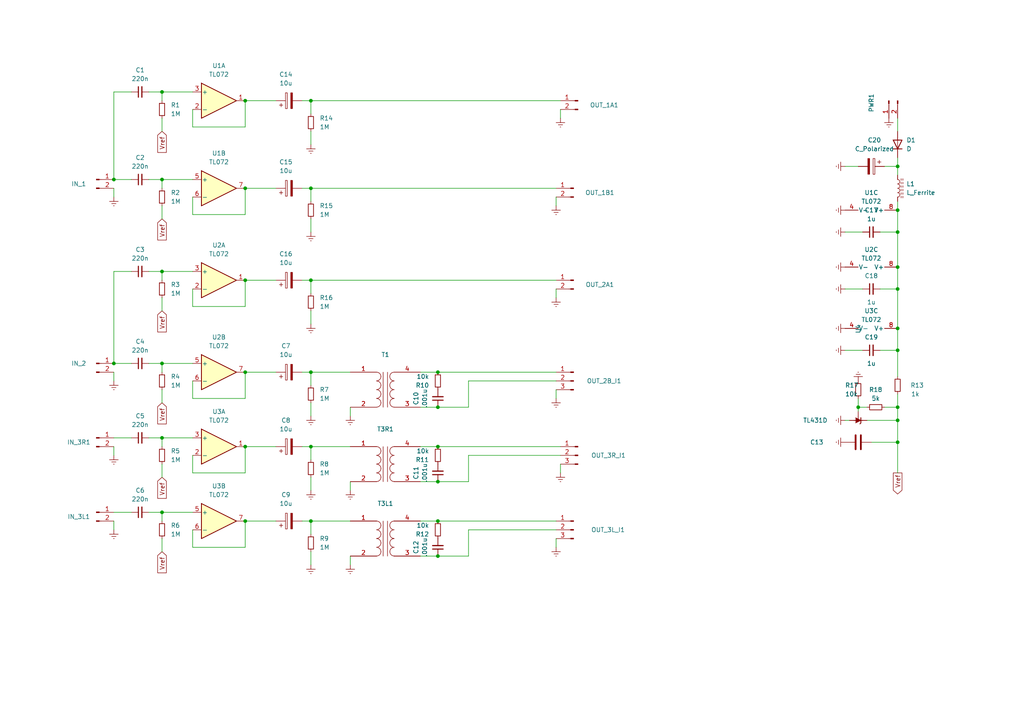
<source format=kicad_sch>
(kicad_sch (version 20231120) (generator "eeschema") (generator_version "8.0")
  (paper "A4")
  (lib_symbols
    (symbol "Amplifier_Operational:TL072" (pin_names (offset 0.127))
      (property "Reference" "U" (at 0 5.08 0))
      (property "Value" "TL072" (at 0 -5.08 0))
      (symbol "TL072_1_1"
        (polyline (pts (xy -5.08 5.08) (xy 5.08 0) (xy -5.08 -5.08) (xy -5.08 5.08)) (stroke (width 0.254)) (fill (type background)))
        (pin output line (at 7.62 0 180) (length 2.54) (name "~") (number "1"))
        (pin input line (at -7.62 -2.54 0) (length 2.54) (name "-") (number "2"))
        (pin input line (at -7.62 2.54 0) (length 2.54) (name "+") (number "3"))
      )
      (symbol "TL072_2_1"
        (polyline (pts (xy -5.08 5.08) (xy 5.08 0) (xy -5.08 -5.08) (xy -5.08 5.08)) (stroke (width 0.254)) (fill (type background)))
        (pin input line (at -7.62 2.54 0) (length 2.54) (name "+") (number "5"))
        (pin input line (at -7.62 -2.54 0) (length 2.54) (name "-") (number "6"))
        (pin output line (at 7.62 0 180) (length 2.54) (name "~") (number "7"))
      )
      (symbol "TL072_3_1"
        (pin power_in line (at -2.54 -7.62 90) (length 3.81) (name "V-") (number "4"))
        (pin power_in line (at -2.54 7.62 270) (length 3.81) (name "V+") (number "8"))
      )
    )
    (symbol "Connector:Conn_01x02_Pin" (pin_names (offset 1.016) hide)
      (property "Reference" "J" (at 0 2.54 0))
      (property "Value" "Conn_01x02_Pin" (at 0 -5.08 0))
      (symbol "Conn_01x02_Pin_1_1"
        (polyline (pts (xy 1.27 -2.54) (xy 0.8636 -2.54)) (stroke (width 0.1524)))
        (polyline (pts (xy 1.27 0) (xy 0.8636 0)) (stroke (width 0.1524)))
        (rectangle (start 0.8636 -2.413) (end 0 -2.667) (stroke (width 0.1524)) (fill (type outline)))
        (rectangle (start 0.8636 0.127) (end 0 -0.127) (stroke (width 0.1524)) (fill (type outline)))
        (pin passive line (at 5.08 0 180) (length 3.81) (name "Pin_1") (number "1"))
        (pin passive line (at 5.08 -2.54 180) (length 3.81) (name "Pin_2") (number "2"))
      )
    )
    (symbol "Connector:Conn_01x03_Pin" (pin_names (offset 1.016) hide)
      (property "Reference" "J" (at 0 5.08 0))
      (property "Value" "Conn_01x03_Pin" (at 0 -5.08 0))
      (symbol "Conn_01x03_Pin_1_1"
        (polyline (pts (xy 1.27 -2.54) (xy 0.8636 -2.54)) (stroke (width 0.1524)))
        (polyline (pts (xy 1.27 0) (xy 0.8636 0)) (stroke (width 0.1524)))
        (polyline (pts (xy 1.27 2.54) (xy 0.8636 2.54)) (stroke (width 0.1524)))
        (rectangle (start 0.8636 -2.413) (end 0 -2.667) (stroke (width 0.1524)) (fill (type outline)))
        (rectangle (start 0.8636 0.127) (end 0 -0.127) (stroke (width 0.1524)) (fill (type outline)))
        (rectangle (start 0.8636 2.667) (end 0 2.413) (stroke (width 0.1524)) (fill (type outline)))
        (pin passive line (at 5.08 2.54 180) (length 3.81) (name "Pin_1") (number "1"))
        (pin passive line (at 5.08 0 180) (length 3.81) (name "Pin_2") (number "2"))
        (pin passive line (at 5.08 -2.54 180) (length 3.81) (name "Pin_3") (number "3"))
      )
    )
    (symbol "Device:C" (pin_numbers hide) (pin_names (offset 0.254))
      (property "Reference" "C" (at 0.635 2.54 0))
      (property "Value" "C" (at 0.635 -2.54 0))
      (symbol "C_0_1"
        (polyline (pts (xy -2.032 -0.762) (xy 2.032 -0.762)) (stroke (width 0.508)))
        (polyline (pts (xy -2.032 0.762) (xy 2.032 0.762)) (stroke (width 0.508)))
      )
      (symbol "C_1_1"
        (pin passive line (at 0 3.81 270) (length 2.794) (name "~") (number "1"))
        (pin passive line (at 0 -3.81 90) (length 2.794) (name "~") (number "2"))
      )
    )
    (symbol "Device:C_Polarized" (pin_numbers hide) (pin_names (offset 0.254))
      (property "Reference" "C" (at 0.635 2.54 0))
      (property "Value" "C_Polarized" (at 0.635 -2.54 0))
      (symbol "C_Polarized_0_1"
        (rectangle (start -2.286 0.508) (end 2.286 1.016))
        (polyline (pts (xy -1.778 2.286) (xy -0.762 2.286)))
        (polyline (pts (xy -1.27 2.794) (xy -1.27 1.778)))
        (rectangle (start 2.286 -0.508) (end -2.286 -1.016) (fill (type outline)))
      )
      (symbol "C_Polarized_1_1"
        (pin passive line (at 0 3.81 270) (length 2.794) (name "~") (number "1"))
        (pin passive line (at 0 -3.81 90) (length 2.794) (name "~") (number "2"))
      )
    )
    (symbol "Device:C_Small" (pin_numbers hide) (pin_names (offset 0.254) hide)
      (property "Reference" "C" (at 0.254 1.778 0))
      (property "Value" "C_Small" (at 0.254 -2.032 0))
      (symbol "C_Small_0_1"
        (polyline (pts (xy -1.524 -0.508) (xy 1.524 -0.508)) (stroke (width 0.3302)))
        (polyline (pts (xy -1.524 0.508) (xy 1.524 0.508)) (stroke (width 0.3048)))
      )
      (symbol "C_Small_1_1"
        (pin passive line (at 0 2.54 270) (length 2.032) (name "~") (number "1"))
        (pin passive line (at 0 -2.54 90) (length 2.032) (name "~") (number "2"))
      )
    )
    (symbol "Device:D" (pin_numbers hide) (pin_names (offset 1.016) hide)
      (property "Reference" "D" (at 0 2.54 0))
      (property "Value" "D" (at 0 -2.54 0))
      (symbol "D_0_1"
        (polyline (pts (xy -1.27 1.27) (xy -1.27 -1.27)) (stroke (width 0.254)))
        (polyline (pts (xy 1.27 0) (xy -1.27 0)))
        (polyline (pts (xy 1.27 1.27) (xy 1.27 -1.27) (xy -1.27 0) (xy 1.27 1.27)) (stroke (width 0.254)))
      )
      (symbol "D_1_1"
        (pin passive line (at -3.81 0 0) (length 2.54) (name "K") (number "1"))
        (pin passive line (at 3.81 0 180) (length 2.54) (name "A") (number "2"))
      )
    )
    (symbol "Device:L_Ferrite" (pin_numbers hide) (pin_names (offset 1.016) hide)
      (property "Reference" "L" (at -1.27 0 90))
      (property "Value" "L_Ferrite" (at 2.794 0 90))
      (symbol "L_Ferrite_0_1"
        (arc (start 0 -2.54) (mid 0.6323 -1.905) (end 0 -1.27))
        (arc (start 0 -1.27) (mid 0.6323 -0.635) (end 0 0))
        (polyline (pts (xy 1.016 -2.794) (xy 1.016 -2.286)))
        (polyline (pts (xy 1.016 -1.778) (xy 1.016 -1.27)))
        (polyline (pts (xy 1.016 -0.762) (xy 1.016 -0.254)))
        (polyline (pts (xy 1.016 0.254) (xy 1.016 0.762)))
        (polyline (pts (xy 1.016 1.27) (xy 1.016 1.778)))
        (polyline (pts (xy 1.016 2.286) (xy 1.016 2.794)))
        (polyline (pts (xy 1.524 -2.286) (xy 1.524 -2.794)))
        (polyline (pts (xy 1.524 -1.27) (xy 1.524 -1.778)))
        (polyline (pts (xy 1.524 -0.254) (xy 1.524 -0.762)))
        (polyline (pts (xy 1.524 0.762) (xy 1.524 0.254)))
        (polyline (pts (xy 1.524 1.778) (xy 1.524 1.27)))
        (polyline (pts (xy 1.524 2.794) (xy 1.524 2.286)))
        (arc (start 0 0) (mid 0.6323 0.635) (end 0 1.27))
        (arc (start 0 1.27) (mid 0.6323 1.905) (end 0 2.54))
      )
      (symbol "L_Ferrite_1_1"
        (pin passive line (at 0 3.81 270) (length 1.27) (name "1") (number "1"))
        (pin passive line (at 0 -3.81 90) (length 1.27) (name "2") (number "2"))
      )
    )
    (symbol "Device:R_Small" (pin_numbers hide) (pin_names (offset 0.254) hide)
      (property "Reference" "R" (at 0.762 0.508 0))
      (property "Value" "R_Small" (at 0.762 -1.016 0))
      (symbol "R_Small_0_1"
        (rectangle (start -0.762 1.778) (end 0.762 -1.778) (stroke (width 0.2032)))
      )
      (symbol "R_Small_1_1"
        (pin passive line (at 0 2.54 270) (length 0.762) (name "~") (number "1"))
        (pin passive line (at 0 -2.54 90) (length 0.762) (name "~") (number "2"))
      )
    )
    (symbol "Device:Transformer_1P_1S" (pin_names (offset 1.016) hide)
      (property "Reference" "T" (at 0 6.35 0))
      (property "Value" "Transformer_1P_1S" (at 0 -7.62 0))
      (symbol "Transformer_1P_1S_0_1"
        (arc (start -2.54 -5.0546) (mid -1.6561 -4.6863) (end -1.27 -3.81))
        (arc (start -2.54 -2.5146) (mid -1.6561 -2.1463) (end -1.27 -1.27))
        (arc (start -2.54 0.0254) (mid -1.6561 0.3937) (end -1.27 1.27))
        (arc (start -2.54 2.5654) (mid -1.6561 2.9337) (end -1.27 3.81))
        (arc (start -1.27 -3.81) (mid -1.642 -2.912) (end -2.54 -2.54))
        (arc (start -1.27 -1.27) (mid -1.642 -0.372) (end -2.54 0))
        (arc (start -1.27 1.27) (mid -1.642 2.168) (end -2.54 2.54))
        (arc (start -1.27 3.81) (mid -1.642 4.708) (end -2.54 5.08))
        (polyline (pts (xy -0.635 5.08) (xy -0.635 -5.08)))
        (polyline (pts (xy 0.635 -5.08) (xy 0.635 5.08)))
        (arc (start 1.2954 -1.27) (mid 1.6599 -2.1501) (end 2.54 -2.5146))
        (arc (start 1.2954 1.27) (mid 1.6599 0.3899) (end 2.54 0.0254))
        (arc (start 1.2954 3.81) (mid 1.6599 2.9299) (end 2.54 2.5654))
        (arc (start 1.3208 -3.81) (mid 1.6853 -4.6901) (end 2.5654 -5.0546))
        (arc (start 2.54 0) (mid 1.6456 -0.3683) (end 1.2954 -1.27))
        (arc (start 2.54 2.54) (mid 1.6456 2.1717) (end 1.2954 1.27))
        (arc (start 2.54 5.08) (mid 1.6456 4.7117) (end 1.2954 3.81))
        (arc (start 2.5654 -2.54) (mid 1.671 -2.9083) (end 1.3208 -3.81))
      )
      (symbol "Transformer_1P_1S_1_1"
        (pin passive line (at -10.16 5.08 0) (length 7.62) (name "AA") (number "1"))
        (pin passive line (at -10.16 -5.08 0) (length 7.62) (name "AB") (number "2"))
        (pin passive line (at 10.16 -5.08 180) (length 7.62) (name "SA") (number "3"))
        (pin passive line (at 10.16 5.08 180) (length 7.62) (name "SB") (number "4"))
      )
    )
    (symbol "Reference_Voltage:TL431D" (pin_numbers hide) (pin_names hide)
      (property "Reference" "U" (at 0 -2.54 0))
      (property "Value" "TL431D" (at 0 -4.445 0))
      (symbol "TL431D_0_1"
        (polyline (pts (xy -1.27 0) (xy 0 0) (xy 1.27 0)))
        (polyline (pts (xy -0.762 0.762) (xy 0.762 0) (xy -0.762 -0.762)) (fill (type outline)))
        (polyline (pts (xy 0.508 -1.016) (xy 0.762 -0.762) (xy 0.762 0.762) (xy 0.762 0.762)) (stroke (width 0.254)))
      )
      (symbol "TL431D_1_1"
        (polyline (pts (xy 0 1.27) (xy 0 0)))
        (pin passive line (at 2.54 0 180) (length 2.54) (name "K") (number "1"))
        (pin passive line (at -2.54 0 0) (length 2.54) (name "A") (number "2"))
        (pin passive line (at -2.54 0 0) (length 2.54) hide (name "A") (number "3"))
        (pin passive line (at -2.54 0 0) (length 2.54) hide (name "A") (number "6"))
        (pin passive line (at -2.54 0 0) (length 2.54) hide (name "A") (number "7"))
        (pin passive line (at 0 2.54 270) (length 2.54) (name "REF") (number "8"))
      )
    )
    (symbol "power:Earth" (power) (pin_names (offset 0))
      (symbol "Earth_0_1"
        (polyline (pts (xy -0.635 -1.905) (xy 0.635 -1.905)))
        (polyline (pts (xy -0.127 -2.54) (xy 0.127 -2.54)))
        (polyline (pts (xy 0 -1.27) (xy 0 0)))
        (polyline (pts (xy 1.27 -1.27) (xy -1.27 -1.27)))
      )
      (symbol "Earth_1_1"
        (pin power_in line (at 0 0 270) (length 0) hide (name "Earth") (number "1"))
      )
    )
  )
  (junction (at 46.99 105.41))
  (junction (at 260.35 101.6))
  (junction (at 71.12 107.95))
  (junction (at 260.35 95.25))
  (junction (at 260.35 83.82))
  (junction (at 90.17 81.28))
  (junction (at 90.17 29.21))
  (junction (at 260.35 77.47))
  (junction (at 46.99 127))
  (junction (at 127 107.95))
  (junction (at 127 161.29))
  (junction (at 33.02 52.07))
  (junction (at 260.35 118.11))
  (junction (at 260.35 48.26))
  (junction (at 90.17 54.61))
  (junction (at 90.17 129.54))
  (junction (at 127 129.54))
  (junction (at 33.02 105.41))
  (junction (at 127 151.13))
  (junction (at 71.12 54.61))
  (junction (at 71.12 29.21))
  (junction (at 260.35 67.31))
  (junction (at 90.17 151.13))
  (junction (at 260.35 128.27))
  (junction (at 260.35 60.96))
  (junction (at 71.12 81.28))
  (junction (at 46.99 52.07))
  (junction (at 127 139.7))
  (junction (at 46.99 78.74))
  (junction (at 90.17 107.95))
  (junction (at 71.12 129.54))
  (junction (at 46.99 148.59))
  (junction (at 260.35 121.92))
  (junction (at 46.99 26.67))
  (junction (at 71.12 151.13))
  (junction (at 127 118.11))
  (junction (at 248.92 118.11))
  (wire (pts (xy 71.12 151.13) (xy 80.01 151.13)))
  (wire (pts (xy 46.99 38.1) (xy 46.99 34.29)))
  (wire (pts (xy 46.99 52.07) (xy 55.88 52.07)))
  (wire (pts (xy 260.35 95.25) (xy 260.35 101.6)))
  (wire (pts (xy 135.89 118.11) (xy 127 118.11)))
  (wire (pts (xy 46.99 90.17) (xy 46.99 86.36)))
  (wire (pts (xy 55.88 137.16) (xy 71.12 137.16)))
  (wire (pts (xy 55.88 132.08) (xy 55.88 137.16)))
  (wire (pts (xy 90.17 81.28) (xy 161.29 81.28)))
  (wire (pts (xy 90.17 107.95) (xy 90.17 111.76)))
  (wire (pts (xy 161.29 158.75) (xy 161.29 156.21)))
  (wire (pts (xy 121.92 118.11) (xy 127 118.11)))
  (wire (pts (xy 33.02 78.74) (xy 33.02 105.41)))
  (wire (pts (xy 46.99 105.41) (xy 55.88 105.41)))
  (wire (pts (xy 90.17 29.21) (xy 90.17 33.02)))
  (wire (pts (xy 161.29 153.67) (xy 135.89 153.67)))
  (wire (pts (xy 260.35 67.31) (xy 260.35 77.47)))
  (wire (pts (xy 260.35 114.3) (xy 260.35 118.11)))
  (wire (pts (xy 260.35 121.92) (xy 260.35 128.27)))
  (wire (pts (xy 121.92 139.7) (xy 127 139.7)))
  (wire (pts (xy 260.35 128.27) (xy 260.35 137.16)))
  (wire (pts (xy 90.17 129.54) (xy 101.6 129.54)))
  (wire (pts (xy 33.02 148.59) (xy 38.1 148.59)))
  (wire (pts (xy 46.99 127) (xy 46.99 129.54)))
  (wire (pts (xy 33.02 52.07) (xy 38.1 52.07)))
  (wire (pts (xy 90.17 129.54) (xy 90.17 133.35)))
  (wire (pts (xy 46.99 138.43) (xy 46.99 134.62)))
  (wire (pts (xy 162.56 134.62) (xy 162.56 137.16)))
  (wire (pts (xy 46.99 26.67) (xy 55.88 26.67)))
  (wire (pts (xy 46.99 78.74) (xy 55.88 78.74)))
  (wire (pts (xy 55.88 158.75) (xy 71.12 158.75)))
  (wire (pts (xy 43.18 26.67) (xy 46.99 26.67)))
  (wire (pts (xy 71.12 129.54) (xy 80.01 129.54)))
  (wire (pts (xy 260.35 60.96) (xy 260.35 67.31)))
  (wire (pts (xy 33.02 129.54) (xy 33.02 132.08)))
  (wire (pts (xy 245.11 101.6) (xy 250.19 101.6)))
  (wire (pts (xy 55.88 31.75) (xy 55.88 36.83)))
  (wire (pts (xy 43.18 148.59) (xy 46.99 148.59)))
  (wire (pts (xy 162.56 132.08) (xy 135.89 132.08)))
  (wire (pts (xy 121.92 161.29) (xy 127 161.29)))
  (wire (pts (xy 71.12 107.95) (xy 80.01 107.95)))
  (wire (pts (xy 248.92 119.38) (xy 248.92 118.11)))
  (wire (pts (xy 46.99 63.5) (xy 46.99 59.69)))
  (wire (pts (xy 135.89 132.08) (xy 135.89 139.7)))
  (wire (pts (xy 33.02 78.74) (xy 38.1 78.74)))
  (wire (pts (xy 127 129.54) (xy 162.56 129.54)))
  (wire (pts (xy 55.88 62.23) (xy 71.12 62.23)))
  (wire (pts (xy 246.38 121.92) (xy 245.11 121.92)))
  (wire (pts (xy 260.35 121.92) (xy 251.46 121.92)))
  (wire (pts (xy 101.6 161.29) (xy 101.6 163.83)))
  (wire (pts (xy 33.02 105.41) (xy 38.1 105.41)))
  (wire (pts (xy 80.01 54.61) (xy 71.12 54.61)))
  (wire (pts (xy 90.17 138.43) (xy 90.17 142.24)))
  (wire (pts (xy 260.35 45.72) (xy 260.35 48.26)))
  (wire (pts (xy 90.17 116.84) (xy 90.17 120.65)))
  (wire (pts (xy 46.99 148.59) (xy 55.88 148.59)))
  (wire (pts (xy 90.17 54.61) (xy 90.17 58.42)))
  (wire (pts (xy 135.89 153.67) (xy 135.89 161.29)))
  (wire (pts (xy 260.35 77.47) (xy 260.35 83.82)))
  (wire (pts (xy 43.18 78.74) (xy 46.99 78.74)))
  (wire (pts (xy 248.92 115.57) (xy 248.92 118.11)))
  (wire (pts (xy 135.89 161.29) (xy 127 161.29)))
  (wire (pts (xy 90.17 29.21) (xy 162.56 29.21)))
  (wire (pts (xy 90.17 54.61) (xy 161.29 54.61)))
  (wire (pts (xy 260.35 101.6) (xy 260.35 109.22)))
  (wire (pts (xy 33.02 127) (xy 38.1 127)))
  (wire (pts (xy 245.11 48.26) (xy 248.92 48.26)))
  (wire (pts (xy 46.99 52.07) (xy 46.99 54.61)))
  (wire (pts (xy 33.02 151.13) (xy 33.02 153.67)))
  (wire (pts (xy 90.17 107.95) (xy 101.6 107.95)))
  (wire (pts (xy 43.18 127) (xy 46.99 127)))
  (wire (pts (xy 87.63 129.54) (xy 90.17 129.54)))
  (wire (pts (xy 33.02 26.67) (xy 38.1 26.67)))
  (wire (pts (xy 87.63 151.13) (xy 90.17 151.13)))
  (wire (pts (xy 90.17 90.17) (xy 90.17 93.98)))
  (wire (pts (xy 33.02 107.95) (xy 33.02 110.49)))
  (wire (pts (xy 260.35 48.26) (xy 260.35 50.8)))
  (wire (pts (xy 87.63 107.95) (xy 90.17 107.95)))
  (wire (pts (xy 121.92 107.95) (xy 127 107.95)))
  (wire (pts (xy 256.54 48.26) (xy 260.35 48.26)))
  (wire (pts (xy 71.12 137.16) (xy 71.12 129.54)))
  (wire (pts (xy 127 107.95) (xy 161.29 107.95)))
  (wire (pts (xy 162.56 31.75) (xy 162.56 34.29)))
  (wire (pts (xy 248.92 118.11) (xy 251.46 118.11)))
  (wire (pts (xy 55.88 153.67) (xy 55.88 158.75)))
  (wire (pts (xy 90.17 151.13) (xy 90.17 154.94)))
  (wire (pts (xy 55.88 110.49) (xy 55.88 115.57)))
  (wire (pts (xy 90.17 81.28) (xy 90.17 85.09)))
  (wire (pts (xy 161.29 83.82) (xy 161.29 86.36)))
  (wire (pts (xy 46.99 116.84) (xy 46.99 113.03)))
  (wire (pts (xy 55.88 83.82) (xy 55.88 88.9)))
  (wire (pts (xy 87.63 54.61) (xy 90.17 54.61)))
  (wire (pts (xy 121.92 151.13) (xy 127 151.13)))
  (wire (pts (xy 33.02 52.07) (xy 33.02 26.67)))
  (wire (pts (xy 121.92 129.54) (xy 127 129.54)))
  (wire (pts (xy 135.89 139.7) (xy 127 139.7)))
  (wire (pts (xy 55.88 88.9) (xy 71.12 88.9)))
  (wire (pts (xy 46.99 78.74) (xy 46.99 81.28)))
  (wire (pts (xy 127 151.13) (xy 161.29 151.13)))
  (wire (pts (xy 161.29 110.49) (xy 135.89 110.49)))
  (wire (pts (xy 55.88 115.57) (xy 71.12 115.57)))
  (wire (pts (xy 255.27 83.82) (xy 260.35 83.82)))
  (wire (pts (xy 135.89 110.49) (xy 135.89 118.11)))
  (wire (pts (xy 260.35 118.11) (xy 260.35 121.92)))
  (wire (pts (xy 256.54 118.11) (xy 260.35 118.11)))
  (wire (pts (xy 245.11 83.82) (xy 250.19 83.82)))
  (wire (pts (xy 46.99 160.02) (xy 46.99 156.21)))
  (wire (pts (xy 46.99 127) (xy 55.88 127)))
  (wire (pts (xy 260.35 58.42) (xy 260.35 60.96)))
  (wire (pts (xy 245.11 67.31) (xy 250.19 67.31)))
  (wire (pts (xy 90.17 160.02) (xy 90.17 163.83)))
  (wire (pts (xy 101.6 118.11) (xy 101.6 120.65)))
  (wire (pts (xy 55.88 57.15) (xy 55.88 62.23)))
  (wire (pts (xy 161.29 113.03) (xy 161.29 115.57)))
  (wire (pts (xy 260.35 83.82) (xy 260.35 95.25)))
  (wire (pts (xy 71.12 29.21) (xy 80.01 29.21)))
  (wire (pts (xy 87.63 29.21) (xy 90.17 29.21)))
  (wire (pts (xy 90.17 151.13) (xy 101.6 151.13)))
  (wire (pts (xy 90.17 38.1) (xy 90.17 41.91)))
  (wire (pts (xy 71.12 81.28) (xy 71.12 88.9)))
  (wire (pts (xy 71.12 81.28) (xy 80.01 81.28)))
  (wire (pts (xy 46.99 105.41) (xy 46.99 107.95)))
  (wire (pts (xy 71.12 158.75) (xy 71.12 151.13)))
  (wire (pts (xy 46.99 148.59) (xy 46.99 151.13)))
  (wire (pts (xy 87.63 81.28) (xy 90.17 81.28)))
  (wire (pts (xy 252.73 128.27) (xy 260.35 128.27)))
  (wire (pts (xy 260.35 34.29) (xy 260.35 38.1)))
  (wire (pts (xy 55.88 36.83) (xy 71.12 36.83)))
  (wire (pts (xy 33.02 54.61) (xy 33.02 57.15)))
  (wire (pts (xy 161.29 57.15) (xy 161.29 59.69)))
  (wire (pts (xy 71.12 54.61) (xy 71.12 62.23)))
  (wire (pts (xy 71.12 115.57) (xy 71.12 107.95)))
  (wire (pts (xy 71.12 29.21) (xy 71.12 36.83)))
  (wire (pts (xy 90.17 63.5) (xy 90.17 67.31)))
  (wire (pts (xy 43.18 52.07) (xy 46.99 52.07)))
  (wire (pts (xy 101.6 139.7) (xy 101.6 142.24)))
  (wire (pts (xy 255.27 67.31) (xy 260.35 67.31)))
  (wire (pts (xy 43.18 105.41) (xy 46.99 105.41)))
  (wire (pts (xy 255.27 101.6) (xy 260.35 101.6)))
  (wire (pts (xy 46.99 26.67) (xy 46.99 29.21)))
  (global_label "Vref" (shape input) (at 46.99 63.5 270) (property "Intersheetrefs" "${INTERSHEET_REFS}" (effects (hide yes))))
  (global_label "Vref" (shape input) (at 46.99 138.43 270) (property "Intersheetrefs" "${INTERSHEET_REFS}" (effects (hide yes))))
  (global_label "Vref" (shape input) (at 46.99 90.17 270) (property "Intersheetrefs" "${INTERSHEET_REFS}" (effects (hide yes))))
  (global_label "Vref" (shape input) (at 46.99 38.1 270) (property "Intersheetrefs" "${INTERSHEET_REFS}" (effects (hide yes))))
  (global_label "Vref" (shape input) (at 46.99 116.84 270) (property "Intersheetrefs" "${INTERSHEET_REFS}" (effects (hide yes))))
  (global_label "Vref" (shape output) (at 260.35 137.16 270) (property "Intersheetrefs" "${INTERSHEET_REFS}" (effects (hide yes))))
  (global_label "Vref" (shape input) (at 46.99 160.02 270) (property "Intersheetrefs" "${INTERSHEET_REFS}" (effects (hide yes))))
  (symbol (lib_id "Device:C_Small") (at 252.73 101.6 90) (unit 1)
    (property "Reference" "C19" (at 252.73 97.79 90))
    (property "Value" "1u" (at 252.73 105.41 90))
    (property "Footprint" "Capacitor_SMD:C_0805_2012Metric_Pad1.18x1.45mm_HandSolder" (effects (hide yes)))
  )
  (symbol (lib_id "Device:C_Small") (at 127 137.16 180) (unit 1)
    (property "Reference" "C11" (at 120.65 137.1537 90))
    (property "Value" ".001u" (at 123.19 137.1537 90))
    (property "Footprint" "Capacitor_SMD:C_0805_2012Metric_Pad1.18x1.45mm_HandSolder" (effects (hide yes)))
  )
  (symbol (lib_id "power:Earth") (at 90.17 163.83 0) (unit 1)
    (property "Reference" "#PWR07" (effects (hide yes)))
    (property "Value" "Earth" (effects (hide yes)))
  )
  (symbol (lib_id "power:Earth") (at 101.6 142.24 0) (unit 1)
    (property "Reference" "#PWR09" (effects (hide yes)))
    (property "Value" "Earth" (effects (hide yes)))
  )
  (symbol (lib_id "Device:R_Small") (at 46.99 153.67 0) (unit 1)
    (property "Reference" "R6" (at 49.53 152.3999 0) (effects (justify left)))
    (property "Value" "1M" (at 49.53 154.9399 0) (effects (justify left)))
    (property "Footprint" "Resistor_SMD:R_0805_2012Metric_Pad1.20x1.40mm_HandSolder" (effects (hide yes)))
  )
  (symbol (lib_id "Amplifier_Operational:TL072") (at 63.5 151.13 0) (unit 2)
    (property "Reference" "U3" (at 63.5 140.97 0))
    (property "Value" "TL072" (at 63.5 143.51 0))
    (property "Footprint" "Library:D8_TEX_STM" (effects (hide yes)))
    (property "Datasheet" "http://www.ti.com/lit/ds/symlink/tl071.pdf" (effects (hide yes)))
    (property "Description" "Dual Low-Noise JFET-Input Operational Amplifiers, DIP-8/SOIC-8" (effects (hide yes)))
  )
  (symbol (lib_id "power:Earth") (at 245.11 77.47 270) (unit 1)
    (property "Reference" "#PWR018" (effects (hide yes)))
    (property "Value" "Earth" (effects (hide yes)))
  )
  (symbol (lib_id "power:Earth") (at 245.11 101.6 270) (unit 1)
    (property "Reference" "#PWR016" (effects (hide yes)))
    (property "Value" "Earth" (effects (hide yes)))
  )
  (symbol (lib_id "Device:R_Small") (at 127 153.67 180) (unit 1)
    (property "Reference" "R12" (at 124.46 154.9401 0) (effects (justify left)))
    (property "Value" "10k" (at 124.46 152.4001 0) (effects (justify left)))
    (property "Footprint" "Resistor_SMD:R_0805_2012Metric_Pad1.20x1.40mm_HandSolder" (effects (hide yes)))
  )
  (symbol (lib_id "Amplifier_Operational:TL072") (at 252.73 63.5 270) (unit 3)
    (property "Reference" "U1" (at 252.73 55.88 90))
    (property "Value" "TL072" (at 252.73 58.42 90))
    (property "Footprint" "Library:D8_TEX_STM" (effects (hide yes)))
    (property "Datasheet" "http://www.ti.com/lit/ds/symlink/tl071.pdf" (effects (hide yes)))
    (property "Description" "Dual Low-Noise JFET-Input Operational Amplifiers, DIP-8/SOIC-8" (effects (hide yes)))
  )
  (symbol (lib_id "power:Earth") (at 245.11 95.25 270) (unit 1)
    (property "Reference" "#PWR019" (effects (hide yes)))
    (property "Value" "Earth" (effects (hide yes)))
  )
  (symbol (lib_id "Device:C_Polarized") (at 83.82 151.13 90) (unit 1)
    (property "Reference" "C9" (at 82.931 143.51 90))
    (property "Value" "10u" (at 82.931 146.05 90))
    (property "Footprint" "Capacitor_Tantalum_SMD:CP_EIA-7343-30_AVX-N_Pad2.25x2.55mm_HandSolder" (effects (hide yes)))
  )
  (symbol (lib_id "Device:R_Small") (at 90.17 114.3 0) (unit 1)
    (property "Reference" "R7" (at 92.71 113.0299 0) (effects (justify left)))
    (property "Value" "1M" (at 92.71 115.5699 0) (effects (justify left)))
    (property "Footprint" "Resistor_SMD:R_0805_2012Metric_Pad1.20x1.40mm_HandSolder" (effects (hide yes)))
  )
  (symbol (lib_id "Connector:Conn_01x02_Pin") (at 27.94 148.59 0) (unit 1)
    (property "Reference" "IN_3L1" (at 22.86 149.86 0))
    (property "Value" "Conn_01x02_Pin" (effects (hide yes)))
    (property "Footprint" "Connector_Wire:SolderWire-0.5sqmm_1x02_P4.6mm_D0.9mm_OD2.1mm" (effects (hide yes)))
    (property "Description" "Generic connector, single row, 01x02, script generated" (effects (hide yes)))
  )
  (symbol (lib_id "Device:R_Small") (at 46.99 83.82 0) (unit 1)
    (property "Reference" "R3" (at 49.53 82.5499 0) (effects (justify left)))
    (property "Value" "1M" (at 49.53 85.0899 0) (effects (justify left)))
    (property "Footprint" "Resistor_SMD:R_0805_2012Metric_Pad1.20x1.40mm_HandSolder" (effects (hide yes)))
  )
  (symbol (lib_id "Device:C_Small") (at 127 158.75 180) (unit 1)
    (property "Reference" "C12" (at 120.65 158.7437 90))
    (property "Value" ".001u" (at 123.19 158.7437 90))
    (property "Footprint" "Capacitor_SMD:C_0805_2012Metric_Pad1.18x1.45mm_HandSolder" (effects (hide yes)))
  )
  (symbol (lib_id "Amplifier_Operational:TL072") (at 252.73 97.79 270) (unit 3)
    (property "Reference" "U3" (at 252.73 90.17 90))
    (property "Value" "TL072" (at 252.73 92.71 90))
    (property "Footprint" "Library:D8_TEX_STM" (effects (hide yes)))
    (property "Datasheet" "http://www.ti.com/lit/ds/symlink/tl071.pdf" (effects (hide yes)))
    (property "Description" "Dual Low-Noise JFET-Input Operational Amplifiers, DIP-8/SOIC-8" (effects (hide yes)))
  )
  (symbol (lib_id "Device:C_Small") (at 252.73 67.31 90) (unit 1)
    (property "Reference" "C17" (at 252.7363 60.96 90))
    (property "Value" "1u" (at 252.7363 63.5 90))
    (property "Footprint" "Capacitor_SMD:C_0805_2012Metric_Pad1.18x1.45mm_HandSolder" (effects (hide yes)))
  )
  (symbol (lib_id "power:Earth") (at 257.81 34.29 0) (unit 1)
    (property "Reference" "#PWR020" (effects (hide yes)))
    (property "Value" "Earth" (effects (hide yes)))
  )
  (symbol (lib_id "Amplifier_Operational:TL072") (at 63.5 29.21 0) (unit 1)
    (property "Reference" "U1" (at 63.5 19.05 0))
    (property "Value" "TL072" (at 63.5 21.59 0))
    (property "Footprint" "Library:D8_TEX_STM" (effects (hide yes)))
    (property "Datasheet" "http://www.ti.com/lit/ds/symlink/tl071.pdf" (effects (hide yes)))
    (property "Description" "Dual Low-Noise JFET-Input Operational Amplifiers, DIP-8/SOIC-8" (effects (hide yes)))
  )
  (symbol (lib_id "Device:C_Small") (at 252.73 83.82 90) (unit 1)
    (property "Reference" "C18" (at 252.73 80.01 90))
    (property "Value" "1u" (at 252.73 87.63 90))
    (property "Footprint" "Capacitor_SMD:C_0805_2012Metric_Pad1.18x1.45mm_HandSolder" (effects (hide yes)))
  )
  (symbol (lib_id "power:Earth") (at 162.56 34.29 0) (unit 1)
    (property "Reference" "#PWR015" (effects (hide yes)))
    (property "Value" "Earth" (effects (hide yes)))
  )
  (symbol (lib_id "Device:R_Small") (at 90.17 157.48 0) (unit 1)
    (property "Reference" "R9" (at 92.71 156.2099 0) (effects (justify left)))
    (property "Value" "1M" (at 92.71 158.7499 0) (effects (justify left)))
    (property "Footprint" "Resistor_SMD:R_0805_2012Metric_Pad1.20x1.40mm_HandSolder" (effects (hide yes)))
  )
  (symbol (lib_id "Connector:Conn_01x02_Pin") (at 166.37 54.61 0) (mirror y) (unit 1)
    (property "Reference" "OUT_1B1" (at 173.99 55.88 0))
    (property "Value" "Conn_01x02_Pin" (effects (hide yes)))
    (property "Footprint" "Connector_Wire:SolderWire-0.5sqmm_1x02_P4.6mm_D0.9mm_OD2.1mm" (effects (hide yes)))
    (property "Description" "Generic connector, single row, 01x02, script generated" (effects (hide yes)))
  )
  (symbol (lib_id "power:Earth") (at 245.11 67.31 270) (unit 1)
    (property "Reference" "#PWR013" (effects (hide yes)))
    (property "Value" "Earth" (effects (hide yes)))
  )
  (symbol (lib_id "Device:R_Small") (at 127 110.49 180) (unit 1)
    (property "Reference" "R10" (at 124.46 111.7601 0) (effects (justify left)))
    (property "Value" "10k" (at 124.46 109.2201 0) (effects (justify left)))
    (property "Footprint" "Resistor_SMD:R_0805_2012Metric_Pad1.20x1.40mm_HandSolder" (effects (hide yes)))
  )
  (symbol (lib_id "Device:R_Small") (at 46.99 110.49 0) (unit 1)
    (property "Reference" "R4" (at 49.53 109.2199 0) (effects (justify left)))
    (property "Value" "1M" (at 49.53 111.7599 0) (effects (justify left)))
    (property "Footprint" "Resistor_SMD:R_0805_2012Metric_Pad1.20x1.40mm_HandSolder" (effects (hide yes)))
  )
  (symbol (lib_id "Device:D") (at 260.35 41.91 90) (unit 1)
    (property "Reference" "D1" (at 262.89 40.6399 90) (effects (justify right)))
    (property "Value" "D" (at 262.89 43.1799 90) (effects (justify right)))
    (property "Footprint" "Diode_SMD:D_0805_2012Metric_Pad1.15x1.40mm_HandSolder" (effects (hide yes)))
    (property "Description" "Diode" (effects (hide yes)))
    (property "Sim.Device" "D" (effects (hide yes)))
    (property "Sim.Pins" "1=K 2=A" (effects (hide yes)))
  )
  (symbol (lib_id "Connector:Conn_01x02_Pin") (at 257.81 29.21 90) (mirror x) (unit 1)
    (property "Reference" "PWR1" (at 252.73 29.845 0))
    (property "Value" "Conn_01x02_Pin" (effects (hide yes)))
    (property "Footprint" "Connector_Wire:SolderWire-0.5sqmm_1x02_P4.6mm_D0.9mm_OD2.1mm" (effects (hide yes)))
    (property "Description" "Generic connector, single row, 01x02, script generated" (effects (hide yes)))
  )
  (symbol (lib_id "Device:C_Polarized") (at 83.82 81.28 90) (unit 1)
    (property "Reference" "C16" (at 82.931 73.66 90))
    (property "Value" "10u" (at 82.931 76.2 90))
    (property "Footprint" "Capacitor_Tantalum_SMD:CP_EIA-7343-30_AVX-N_Pad2.25x2.55mm_HandSolder" (effects (hide yes)))
  )
  (symbol (lib_id "power:Earth") (at 161.29 115.57 0) (unit 1)
    (property "Reference" "#PWR030" (effects (hide yes)))
    (property "Value" "Earth" (effects (hide yes)))
  )
  (symbol (lib_id "Device:C_Small") (at 40.64 148.59 90) (unit 1)
    (property "Reference" "C6" (at 40.6463 142.24 90))
    (property "Value" "220n" (at 40.6463 144.78 90))
    (property "Footprint" "Capacitor_SMD:C_0805_2012Metric_Pad1.18x1.45mm_HandSolder" (effects (hide yes)))
  )
  (symbol (lib_id "Device:C_Polarized") (at 83.82 129.54 90) (unit 1)
    (property "Reference" "C8" (at 82.931 121.92 90))
    (property "Value" "10u" (at 82.931 124.46 90))
    (property "Footprint" "Capacitor_Tantalum_SMD:CP_EIA-7343-30_AVX-N_Pad2.25x2.55mm_HandSolder" (effects (hide yes)))
  )
  (symbol (lib_id "Device:Transformer_1P_1S") (at 111.76 113.03 0) (unit 1)
    (property "Reference" "T1" (at 111.7727 102.87 0))
    (property "Value" "Transformer_1P_1S" (effects (hide yes)))
    (property "Footprint" "Library:Tansformer 11" (effects (hide yes)))
  )
  (symbol (lib_id "power:Earth") (at 90.17 41.91 0) (unit 1)
    (property "Reference" "#PWR025" (effects (hide yes)))
    (property "Value" "Earth" (effects (hide yes)))
  )
  (symbol (lib_id "Device:C_Polarized") (at 252.73 48.26 270) (unit 1)
    (property "Reference" "C20" (at 253.619 40.64 90))
    (property "Value" "C_Polarized" (at 253.619 43.18 90))
    (property "Footprint" "Capacitor_SMD:CP_Elec_8x10" (effects (hide yes)))
    (property "Description" "Polarized capacitor" (effects (hide yes)))
  )
  (symbol (lib_id "power:Earth") (at 161.29 86.36 0) (unit 1)
    (property "Reference" "#PWR012" (effects (hide yes)))
    (property "Value" "Earth" (effects (hide yes)))
  )
  (symbol (lib_id "power:Earth") (at 33.02 132.08 0) (unit 1)
    (property "Reference" "#PWR03" (effects (hide yes)))
    (property "Value" "Earth" (effects (hide yes)))
  )
  (symbol (lib_id "Connector:Conn_01x02_Pin") (at 27.94 52.07 0) (unit 1)
    (property "Reference" "IN_1" (at 22.86 53.34 0))
    (property "Value" "Conn_01x02_Pin" (effects (hide yes)))
    (property "Footprint" "Connector_Wire:SolderWire-0.5sqmm_1x02_P4.6mm_D0.9mm_OD2.1mm" (effects (hide yes)))
    (property "Description" "Generic connector, single row, 01x02, script generated" (effects (hide yes)))
  )
  (symbol (lib_id "power:Earth") (at 90.17 120.65 0) (unit 1)
    (property "Reference" "#PWR05" (effects (hide yes)))
    (property "Value" "Earth" (effects (hide yes)))
  )
  (symbol (lib_id "Device:R_Small") (at 46.99 132.08 0) (unit 1)
    (property "Reference" "R5" (at 49.53 130.8099 0) (effects (justify left)))
    (property "Value" "1M" (at 49.53 133.3499 0) (effects (justify left)))
    (property "Footprint" "Resistor_SMD:R_0805_2012Metric_Pad1.20x1.40mm_HandSolder" (effects (hide yes)))
  )
  (symbol (lib_id "Device:C") (at 248.92 128.27 90) (unit 1)
    (property "Reference" "C13" (at 234.95 128.27 90) (effects (justify right)))
    (property "Value" "C" (effects (hide yes)))
    (property "Footprint" "Capacitor_SMD:C_0805_2012Metric_Pad1.18x1.45mm_HandSolder" (effects (hide yes)))
  )
  (symbol (lib_id "power:Earth") (at 161.29 158.75 0) (unit 1)
    (property "Reference" "#PWR028" (effects (hide yes)))
    (property "Value" "Earth" (effects (hide yes)))
  )
  (symbol (lib_id "power:Earth") (at 245.11 128.27 270) (unit 1)
    (property "Reference" "#PWR022" (effects (hide yes)))
    (property "Value" "Earth" (effects (hide yes)))
  )
  (symbol (lib_id "Device:R_Small") (at 248.92 113.03 180) (unit 1)
    (property "Reference" "R17" (at 245.11 111.76 0) (effects (justify right)))
    (property "Value" "10k" (at 245.11 114.3 0) (effects (justify right)))
    (property "Footprint" "Resistor_SMD:R_0805_2012Metric_Pad1.20x1.40mm_HandSolder" (effects (hide yes)))
  )
  (symbol (lib_id "Device:C_Small") (at 127 115.57 180) (unit 1)
    (property "Reference" "C10" (at 120.65 115.5637 90))
    (property "Value" ".001u" (at 123.19 115.5637 90))
    (property "Footprint" "Capacitor_SMD:C_0805_2012Metric_Pad1.18x1.45mm_HandSolder" (effects (hide yes)))
  )
  (symbol (lib_id "power:Earth") (at 245.11 48.26 270) (unit 1)
    (property "Reference" "#PWR026" (effects (hide yes)))
    (property "Value" "Earth" (effects (hide yes)))
  )
  (symbol (lib_id "Device:C_Small") (at 40.64 105.41 90) (unit 1)
    (property "Reference" "C4" (at 40.6463 99.06 90))
    (property "Value" "220n" (at 40.6463 101.6 90))
    (property "Footprint" "Capacitor_SMD:C_0805_2012Metric_Pad1.18x1.45mm_HandSolder" (effects (hide yes)))
  )
  (symbol (lib_id "Device:C_Polarized") (at 83.82 107.95 90) (unit 1)
    (property "Reference" "C7" (at 82.931 100.33 90))
    (property "Value" "10u" (at 82.931 102.87 90))
    (property "Footprint" "Capacitor_Tantalum_SMD:CP_EIA-7343-30_AVX-N_Pad2.25x2.55mm_HandSolder" (effects (hide yes)))
  )
  (symbol (lib_id "Connector:Conn_01x03_Pin") (at 167.64 132.08 0) (mirror y) (unit 1)
    (property "Reference" "OUT_3R_I1" (at 171.45 132.08 0) (effects (justify right)))
    (property "Value" "Conn_01x03_Pin" (effects (hide yes)))
    (property "Footprint" "Connector_Wire:SolderWire-0.5sqmm_1x03_P4.6mm_D0.9mm_OD2.1mm" (effects (hide yes)))
    (property "Description" "Generic connector, single row, 01x03, script generated" (effects (hide yes)))
  )
  (symbol (lib_id "Connector:Conn_01x03_Pin") (at 166.37 110.49 0) (mirror y) (unit 1)
    (property "Reference" "OUT_2B_I1" (at 170.18 110.49 0) (effects (justify right)))
    (property "Value" "Conn_01x03_Pin" (effects (hide yes)))
    (property "Footprint" "Connector_Wire:SolderWire-0.5sqmm_1x03_P4.6mm_D0.9mm_OD2.1mm" (effects (hide yes)))
    (property "Description" "Generic connector, single row, 01x03, script generated" (effects (hide yes)))
  )
  (symbol (lib_id "power:Earth") (at 33.02 57.15 0) (unit 1)
    (property "Reference" "#PWR01" (effects (hide yes)))
    (property "Value" "Earth" (effects (hide yes)))
  )
  (symbol (lib_id "Device:R_Small") (at 90.17 60.96 0) (unit 1)
    (property "Reference" "R15" (at 92.71 59.6899 0) (effects (justify left)))
    (property "Value" "1M" (at 92.71 62.2299 0) (effects (justify left)))
    (property "Footprint" "Resistor_SMD:R_0805_2012Metric_Pad1.20x1.40mm_HandSolder" (effects (hide yes)))
  )
  (symbol (lib_id "Device:C_Small") (at 40.64 52.07 90) (unit 1)
    (property "Reference" "C2" (at 40.6463 45.72 90))
    (property "Value" "220n" (at 40.6463 48.26 90))
    (property "Footprint" "Capacitor_SMD:C_0805_2012Metric_Pad1.18x1.45mm_HandSolder" (effects (hide yes)))
  )
  (symbol (lib_id "power:Earth") (at 248.92 110.49 180) (unit 1)
    (property "Reference" "#PWR027" (effects (hide yes)))
    (property "Value" "Earth" (effects (hide yes)))
  )
  (symbol (lib_id "Device:C_Polarized") (at 83.82 29.21 90) (unit 1)
    (property "Reference" "C14" (at 82.931 21.59 90))
    (property "Value" "10u" (at 82.931 24.13 90))
    (property "Footprint" "Capacitor_Tantalum_SMD:CP_EIA-7343-30_AVX-N_Pad2.25x2.55mm_HandSolder" (effects (hide yes)))
  )
  (symbol (lib_id "Amplifier_Operational:TL072") (at 63.5 129.54 0) (unit 1)
    (property "Reference" "U3" (at 63.5 119.38 0))
    (property "Value" "TL072" (at 63.5 121.92 0))
    (property "Footprint" "Library:D8_TEX_STM" (effects (hide yes)))
    (property "Datasheet" "http://www.ti.com/lit/ds/symlink/tl071.pdf" (effects (hide yes)))
    (property "Description" "Dual Low-Noise JFET-Input Operational Amplifiers, DIP-8/SOIC-8" (effects (hide yes)))
  )
  (symbol (lib_id "Amplifier_Operational:TL072") (at 63.5 107.95 0) (unit 2)
    (property "Reference" "U2" (at 63.5 97.79 0))
    (property "Value" "TL072" (at 63.5 100.33 0))
    (property "Footprint" "Library:D8_TEX_STM" (effects (hide yes)))
    (property "Datasheet" "http://www.ti.com/lit/ds/symlink/tl071.pdf" (effects (hide yes)))
    (property "Description" "Dual Low-Noise JFET-Input Operational Amplifiers, DIP-8/SOIC-8" (effects (hide yes)))
  )
  (symbol (lib_id "Device:C_Small") (at 40.64 78.74 90) (unit 1)
    (property "Reference" "C3" (at 40.6463 72.39 90))
    (property "Value" "220n" (at 40.6463 74.93 90))
    (property "Footprint" "Capacitor_SMD:C_0805_2012Metric_Pad1.18x1.45mm_HandSolder" (effects (hide yes)))
  )
  (symbol (lib_id "Device:L_Ferrite") (at 260.35 54.61 0) (unit 1)
    (property "Reference" "L1" (at 262.89 53.3399 0) (effects (justify left)))
    (property "Value" "L_Ferrite" (at 262.89 55.8799 0) (effects (justify left)))
    (property "Footprint" "Inductor_SMD:L_7.3x7.3_H3.5" (effects (hide yes)))
    (property "Description" "Inductor with ferrite core" (effects (hide yes)))
  )
  (symbol (lib_id "Amplifier_Operational:TL072") (at 63.5 54.61 0) (unit 2)
    (property "Reference" "U1" (at 63.5 44.45 0))
    (property "Value" "TL072" (at 63.5 46.99 0))
    (property "Footprint" "Library:D8_TEX_STM" (effects (hide yes)))
    (property "Datasheet" "http://www.ti.com/lit/ds/symlink/tl071.pdf" (effects (hide yes)))
    (property "Description" "Dual Low-Noise JFET-Input Operational Amplifiers, DIP-8/SOIC-8" (effects (hide yes)))
  )
  (symbol (lib_id "Connector:Conn_01x03_Pin") (at 166.37 153.67 0) (mirror y) (unit 1)
    (property "Reference" "OUT_3L_I1" (at 171.45 153.67 0) (effects (justify right)))
    (property "Value" "Conn_01x03_Pin" (effects (hide yes)))
    (property "Footprint" "Connector_Wire:SolderWire-0.5sqmm_1x03_P4.6mm_D0.9mm_OD2.1mm" (effects (hide yes)))
    (property "Description" "Generic connector, single row, 01x03, script generated" (effects (hide yes)))
  )
  (symbol (lib_id "power:Earth") (at 245.11 121.92 270) (unit 1)
    (property "Reference" "#PWR021" (effects (hide yes)))
    (property "Value" "Earth" (effects (hide yes)))
  )
  (symbol (lib_id "power:Earth") (at 101.6 120.65 0) (unit 1)
    (property "Reference" "#PWR08" (effects (hide yes)))
    (property "Value" "Earth" (effects (hide yes)))
  )
  (symbol (lib_id "Device:C_Polarized") (at 83.82 54.61 90) (unit 1)
    (property "Reference" "C15" (at 82.931 46.99 90))
    (property "Value" "10u" (at 82.931 49.53 90))
    (property "Footprint" "Capacitor_Tantalum_SMD:CP_EIA-7343-30_AVX-N_Pad2.25x2.55mm_HandSolder" (effects (hide yes)))
  )
  (symbol (lib_id "power:Earth") (at 161.29 59.69 0) (unit 1)
    (property "Reference" "#PWR011" (effects (hide yes)))
    (property "Value" "Earth" (effects (hide yes)))
  )
  (symbol (lib_id "Device:R_Small") (at 46.99 57.15 0) (unit 1)
    (property "Reference" "R2" (at 49.53 55.8799 0) (effects (justify left)))
    (property "Value" "1M" (at 49.53 58.4199 0) (effects (justify left)))
    (property "Footprint" "Resistor_SMD:R_0805_2012Metric_Pad1.20x1.40mm_HandSolder" (effects (hide yes)))
  )
  (symbol (lib_id "power:Earth") (at 33.02 153.67 0) (unit 1)
    (property "Reference" "#PWR04" (effects (hide yes)))
    (property "Value" "Earth" (effects (hide yes)))
  )
  (symbol (lib_id "Connector:Conn_01x02_Pin") (at 167.64 29.21 0) (mirror y) (unit 1)
    (property "Reference" "OUT_1A1" (at 175.26 30.48 0))
    (property "Value" "Conn_01x02_Pin" (effects (hide yes)))
    (property "Footprint" "Connector_Wire:SolderWire-0.5sqmm_1x02_P4.6mm_D0.9mm_OD2.1mm" (effects (hide yes)))
    (property "Description" "Generic connector, single row, 01x02, script generated" (effects (hide yes)))
  )
  (symbol (lib_id "Device:Transformer_1P_1S") (at 111.76 134.62 0) (unit 1)
    (property "Reference" "T3R1" (at 111.7727 124.46 0))
    (property "Value" "Transformer_1P_1S" (effects (hide yes)))
    (property "Footprint" "Library:Tansformer 11" (effects (hide yes)))
  )
  (symbol (lib_id "power:Earth") (at 90.17 142.24 0) (unit 1)
    (property "Reference" "#PWR06" (effects (hide yes)))
    (property "Value" "Earth" (effects (hide yes)))
  )
  (symbol (lib_id "Device:Transformer_1P_1S") (at 111.76 156.21 0) (unit 1)
    (property "Reference" "T3L1" (at 111.7727 146.05 0))
    (property "Value" "Transformer_1P_1S" (effects (hide yes)))
    (property "Footprint" "Library:Tansformer 11" (effects (hide yes)))
  )
  (symbol (lib_id "Device:R_Small") (at 90.17 135.89 0) (unit 1)
    (property "Reference" "R8" (at 92.71 134.6199 0) (effects (justify left)))
    (property "Value" "1M" (at 92.71 137.1599 0) (effects (justify left)))
    (property "Footprint" "Resistor_SMD:R_0805_2012Metric_Pad1.20x1.40mm_HandSolder" (effects (hide yes)))
  )
  (symbol (lib_id "Connector:Conn_01x02_Pin") (at 27.94 127 0) (unit 1)
    (property "Reference" "IN_3R1" (at 22.86 128.27 0))
    (property "Value" "Conn_01x02_Pin" (effects (hide yes)))
    (property "Footprint" "Connector_Wire:SolderWire-0.5sqmm_1x02_P4.6mm_D0.9mm_OD2.1mm" (effects (hide yes)))
    (property "Description" "Generic connector, single row, 01x02, script generated" (effects (hide yes)))
  )
  (symbol (lib_id "Device:C_Small") (at 40.64 127 90) (unit 1)
    (property "Reference" "C5" (at 40.6463 120.65 90))
    (property "Value" "220n" (at 40.6463 123.19 90))
    (property "Footprint" "Capacitor_SMD:C_0805_2012Metric_Pad1.18x1.45mm_HandSolder" (effects (hide yes)))
  )
  (symbol (lib_id "Device:R_Small") (at 46.99 31.75 0) (unit 1)
    (property "Reference" "R1" (at 49.53 30.4799 0) (effects (justify left)))
    (property "Value" "1M" (at 49.53 33.0199 0) (effects (justify left)))
    (property "Footprint" "Resistor_SMD:R_0805_2012Metric_Pad1.20x1.40mm_HandSolder" (effects (hide yes)))
  )
  (symbol (lib_id "Connector:Conn_01x02_Pin") (at 166.37 81.28 0) (mirror y) (unit 1)
    (property "Reference" "OUT_2A1" (at 173.99 82.55 0))
    (property "Value" "Conn_01x02_Pin" (effects (hide yes)))
    (property "Footprint" "Connector_Wire:SolderWire-0.5sqmm_1x02_P4.6mm_D0.9mm_OD2.1mm" (effects (hide yes)))
    (property "Description" "Generic connector, single row, 01x02, script generated" (effects (hide yes)))
  )
  (symbol (lib_id "power:Earth") (at 245.11 60.96 270) (unit 1)
    (property "Reference" "#PWR017" (effects (hide yes)))
    (property "Value" "Earth" (effects (hide yes)))
  )
  (symbol (lib_id "Reference_Voltage:TL431D") (at 248.92 121.92 0) (unit 1)
    (property "Reference" "U4" (at 248.92 93.98 90) (effects (justify right)))
    (property "Value" "TL431D" (at 240.03 121.92 0) (effects (justify right)))
    (property "Footprint" "Package_SO:SOIC-8_3.9x4.9mm_P1.27mm" (effects (hide yes)))
    (property "Datasheet" "http://www.ti.com/lit/ds/symlink/tl431.pdf" (effects (hide yes)))
  )
  (symbol (lib_id "Device:R_Small") (at 90.17 87.63 0) (unit 1)
    (property "Reference" "R16" (at 92.71 86.3599 0) (effects (justify left)))
    (property "Value" "1M" (at 92.71 88.8999 0) (effects (justify left)))
    (property "Footprint" "Resistor_SMD:R_0805_2012Metric_Pad1.20x1.40mm_HandSolder" (effects (hide yes)))
  )
  (symbol (lib_id "Amplifier_Operational:TL072") (at 252.73 80.01 270) (unit 3)
    (property "Reference" "U2" (at 252.73 72.39 90))
    (property "Value" "TL072" (at 252.73 74.93 90))
    (property "Footprint" "Library:D8_TEX_STM" (effects (hide yes)))
    (property "Datasheet" "http://www.ti.com/lit/ds/symlink/tl071.pdf" (effects (hide yes)))
    (property "Description" "Dual Low-Noise JFET-Input Operational Amplifiers, DIP-8/SOIC-8" (effects (hide yes)))
  )
  (symbol (lib_id "Device:C_Small") (at 40.64 26.67 90) (unit 1)
    (property "Reference" "C1" (at 40.6463 20.32 90))
    (property "Value" "220n" (at 40.6463 22.86 90))
    (property "Footprint" "Capacitor_SMD:C_0805_2012Metric_Pad1.18x1.45mm_HandSolder" (effects (hide yes)))
  )
  (symbol (lib_id "power:Earth") (at 101.6 163.83 0) (unit 1)
    (property "Reference" "#PWR010" (effects (hide yes)))
    (property "Value" "Earth" (effects (hide yes)))
  )
  (symbol (lib_id "Connector:Conn_01x02_Pin") (at 27.94 105.41 0) (unit 1)
    (property "Reference" "IN_2" (at 22.86 105.41 0))
    (property "Value" "Conn_01x02_Pin" (effects (hide yes)))
    (property "Footprint" "Connector_Wire:SolderWire-0.5sqmm_1x02_P4.6mm_D0.9mm_OD2.1mm" (effects (hide yes)))
    (property "Description" "Generic connector, single row, 01x02, script generated" (effects (hide yes)))
  )
  (symbol (lib_id "power:Earth") (at 90.17 67.31 0) (unit 1)
    (property "Reference" "#PWR024" (effects (hide yes)))
    (property "Value" "Earth" (effects (hide yes)))
  )
  (symbol (lib_id "Amplifier_Operational:TL072") (at 63.5 81.28 0) (unit 1)
    (property "Reference" "U2" (at 63.5 71.12 0))
    (property "Value" "TL072" (at 63.5 73.66 0))
    (property "Footprint" "Library:D8_TEX_STM" (effects (hide yes)))
    (property "Datasheet" "http://www.ti.com/lit/ds/symlink/tl071.pdf" (effects (hide yes)))
    (property "Description" "Dual Low-Noise JFET-Input Operational Amplifiers, DIP-8/SOIC-8" (effects (hide yes)))
  )
  (symbol (lib_id "Device:R_Small") (at 127 132.08 180) (unit 1)
    (property "Reference" "R11" (at 124.46 133.3501 0) (effects (justify left)))
    (property "Value" "10k" (at 124.46 130.8101 0) (effects (justify left)))
    (property "Footprint" "Resistor_SMD:R_0805_2012Metric_Pad1.20x1.40mm_HandSolder" (effects (hide yes)))
  )
  (symbol (lib_id "power:Earth") (at 245.11 83.82 270) (unit 1)
    (property "Reference" "#PWR014" (effects (hide yes)))
    (property "Value" "Earth" (effects (hide yes)))
  )
  (symbol (lib_id "power:Earth") (at 162.56 137.16 0) (unit 1)
    (property "Reference" "#PWR029" (effects (hide yes)))
    (property "Value" "Earth" (effects (hide yes)))
  )
  (symbol (lib_id "power:Earth") (at 33.02 110.49 0) (unit 1)
    (property "Reference" "#PWR02" (effects (hide yes)))
    (property "Value" "Earth" (effects (hide yes)))
  )
  (symbol (lib_id "Device:R_Small") (at 90.17 35.56 0) (unit 1)
    (property "Reference" "R14" (at 92.71 34.2899 0) (effects (justify left)))
    (property "Value" "1M" (at 92.71 36.8299 0) (effects (justify left)))
    (property "Footprint" "Resistor_SMD:R_0805_2012Metric_Pad1.20x1.40mm_HandSolder" (effects (hide yes)))
  )
  (symbol (lib_id "Device:R_Small") (at 260.35 111.76 180) (unit 1)
    (property "Reference" "R13" (at 267.97 111.76 0) (effects (justify left)))
    (property "Value" "1k" (at 266.7 114.3 0) (effects (justify left)))
    (property "Footprint" "Resistor_SMD:R_0805_2012Metric_Pad1.20x1.40mm_HandSolder" (effects (hide yes)))
  )
  (symbol (lib_id "Device:R_Small") (at 254 118.11 90) (unit 1)
    (property "Reference" "R18" (at 254 113.03 90))
    (property "Value" "5k" (at 254 115.57 90))
    (property "Footprint" "Resistor_SMD:R_0805_2012Metric_Pad1.20x1.40mm_HandSolder" (effects (hide yes)))
  )
  (symbol (lib_id "power:Earth") (at 90.17 93.98 0) (unit 1)
    (property "Reference" "#PWR023" (effects (hide yes)))
    (property "Value" "Earth" (effects (hide yes)))
  )
)
</source>
